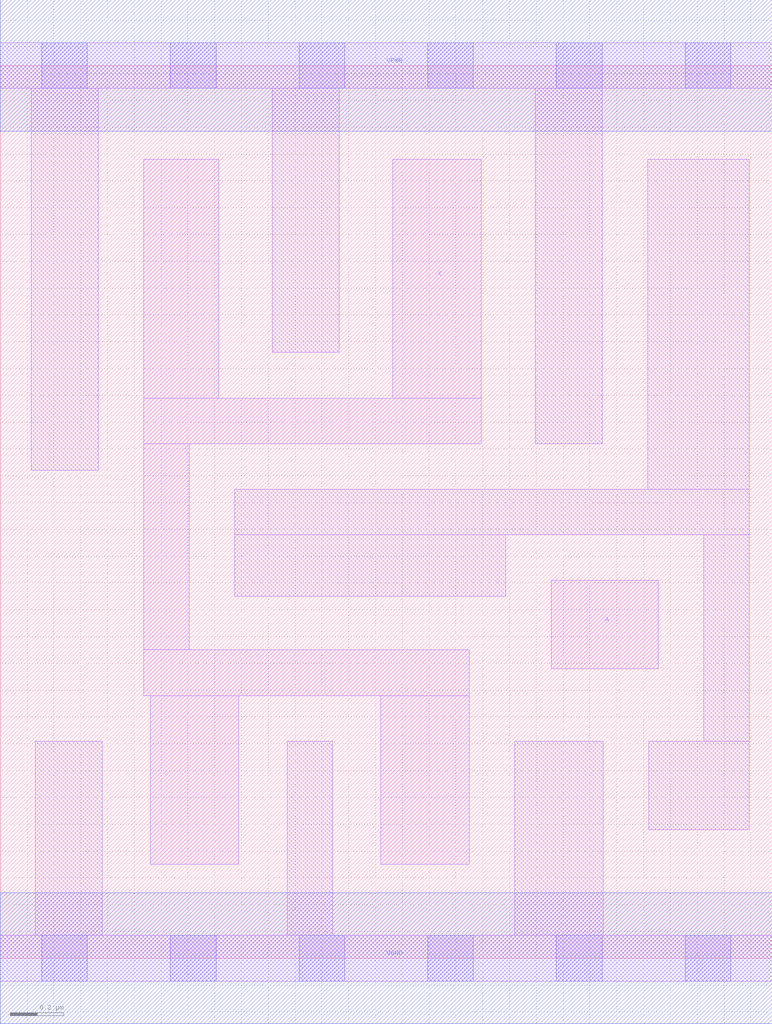
<source format=lef>
# Copyright 2020 The SkyWater PDK Authors
#
# Licensed under the Apache License, Version 2.0 (the "License");
# you may not use this file except in compliance with the License.
# You may obtain a copy of the License at
#
#     https://www.apache.org/licenses/LICENSE-2.0
#
# Unless required by applicable law or agreed to in writing, software
# distributed under the License is distributed on an "AS IS" BASIS,
# WITHOUT WARRANTIES OR CONDITIONS OF ANY KIND, either express or implied.
# See the License for the specific language governing permissions and
# limitations under the License.
#
# SPDX-License-Identifier: Apache-2.0

VERSION 5.7 ;
  NOWIREEXTENSIONATPIN ON ;
  DIVIDERCHAR "/" ;
  BUSBITCHARS "[]" ;
UNITS
  DATABASE MICRONS 200 ;
END UNITS
MACRO sky130_fd_sc_hs__clkbuf_4
  CLASS CORE ;
  FOREIGN sky130_fd_sc_hs__clkbuf_4 ;
  ORIGIN  0.000000  0.000000 ;
  SIZE  2.880000 BY  3.330000 ;
  SYMMETRY X Y ;
  SITE unit ;
  PIN A
    ANTENNAGATEAREA  0.231000 ;
    DIRECTION INPUT ;
    USE SIGNAL ;
    PORT
      LAYER li1 ;
        RECT 2.055000 1.080000 2.455000 1.410000 ;
    END
  END A
  PIN X
    ANTENNADIFFAREA  0.924000 ;
    DIRECTION OUTPUT ;
    USE SIGNAL ;
    PORT
      LAYER li1 ;
        RECT 0.535000 0.980000 1.750000 1.150000 ;
        RECT 0.535000 1.150000 0.705000 1.920000 ;
        RECT 0.535000 1.920000 1.795000 2.090000 ;
        RECT 0.535000 2.090000 0.815000 2.980000 ;
        RECT 0.560000 0.350000 0.890000 0.980000 ;
        RECT 1.420000 0.350000 1.750000 0.980000 ;
        RECT 1.465000 2.090000 1.795000 2.980000 ;
    END
  END X
  PIN VGND
    DIRECTION INOUT ;
    USE GROUND ;
    PORT
      LAYER met1 ;
        RECT 0.000000 -0.245000 2.880000 0.245000 ;
    END
  END VGND
  PIN VPWR
    DIRECTION INOUT ;
    USE POWER ;
    PORT
      LAYER met1 ;
        RECT 0.000000 3.085000 2.880000 3.575000 ;
    END
  END VPWR
  OBS
    LAYER li1 ;
      RECT 0.000000 -0.085000 2.880000 0.085000 ;
      RECT 0.000000  3.245000 2.880000 3.415000 ;
      RECT 0.115000  1.820000 0.365000 3.245000 ;
      RECT 0.130000  0.085000 0.380000 0.810000 ;
      RECT 0.875000  1.350000 1.885000 1.580000 ;
      RECT 0.875000  1.580000 2.795000 1.750000 ;
      RECT 1.015000  2.260000 1.265000 3.245000 ;
      RECT 1.070000  0.085000 1.240000 0.810000 ;
      RECT 1.920000  0.085000 2.250000 0.810000 ;
      RECT 1.995000  1.920000 2.245000 3.245000 ;
      RECT 2.415000  1.750000 2.795000 2.980000 ;
      RECT 2.420000  0.480000 2.795000 0.810000 ;
      RECT 2.625000  0.810000 2.795000 1.580000 ;
    LAYER mcon ;
      RECT 0.155000 -0.085000 0.325000 0.085000 ;
      RECT 0.155000  3.245000 0.325000 3.415000 ;
      RECT 0.635000 -0.085000 0.805000 0.085000 ;
      RECT 0.635000  3.245000 0.805000 3.415000 ;
      RECT 1.115000 -0.085000 1.285000 0.085000 ;
      RECT 1.115000  3.245000 1.285000 3.415000 ;
      RECT 1.595000 -0.085000 1.765000 0.085000 ;
      RECT 1.595000  3.245000 1.765000 3.415000 ;
      RECT 2.075000 -0.085000 2.245000 0.085000 ;
      RECT 2.075000  3.245000 2.245000 3.415000 ;
      RECT 2.555000 -0.085000 2.725000 0.085000 ;
      RECT 2.555000  3.245000 2.725000 3.415000 ;
  END
END sky130_fd_sc_hs__clkbuf_4
END LIBRARY

</source>
